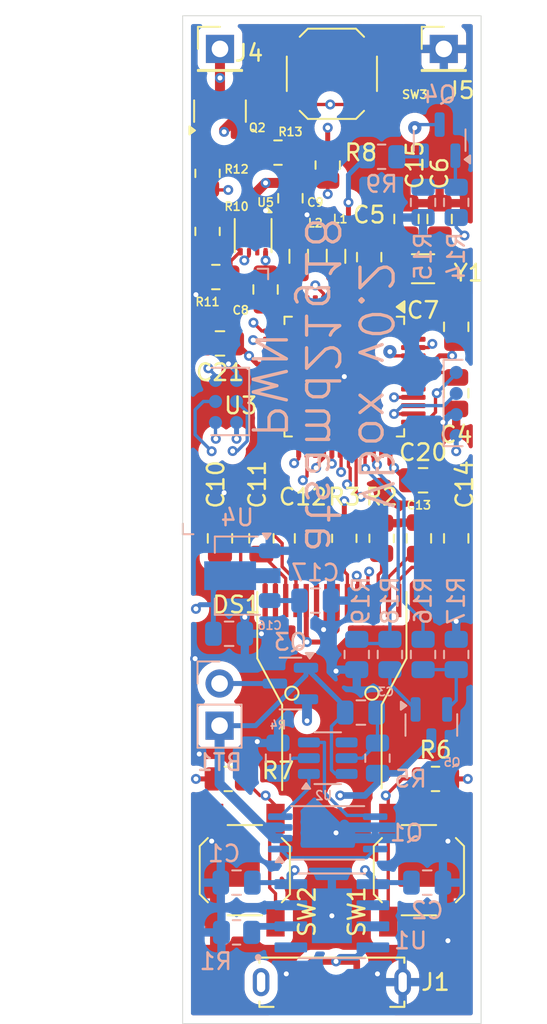
<source format=kicad_pcb>
(kicad_pcb
	(version 20240108)
	(generator "pcbnew")
	(generator_version "8.0")
	(general
		(thickness 1.6)
		(legacy_teardrops no)
	)
	(paper "A4")
	(layers
		(0 "F.Cu" signal)
		(1 "In1.Cu" signal)
		(2 "In2.Cu" signal)
		(31 "B.Cu" signal)
		(32 "B.Adhes" user "B.Adhesive")
		(33 "F.Adhes" user "F.Adhesive")
		(34 "B.Paste" user)
		(35 "F.Paste" user)
		(36 "B.SilkS" user "B.Silkscreen")
		(37 "F.SilkS" user "F.Silkscreen")
		(38 "B.Mask" user)
		(39 "F.Mask" user)
		(40 "Dwgs.User" user "User.Drawings")
		(41 "Cmts.User" user "User.Comments")
		(42 "Eco1.User" user "User.Eco1")
		(43 "Eco2.User" user "User.Eco2")
		(44 "Edge.Cuts" user)
		(45 "Margin" user)
		(46 "B.CrtYd" user "B.Courtyard")
		(47 "F.CrtYd" user "F.Courtyard")
		(48 "B.Fab" user)
		(49 "F.Fab" user)
		(50 "User.1" user)
		(51 "User.2" user)
		(52 "User.3" user)
		(53 "User.4" user)
		(54 "User.5" user)
		(55 "User.6" user)
		(56 "User.7" user)
		(57 "User.8" user)
		(58 "User.9" user)
	)
	(setup
		(stackup
			(layer "F.SilkS"
				(type "Top Silk Screen")
			)
			(layer "F.Paste"
				(type "Top Solder Paste")
			)
			(layer "F.Mask"
				(type "Top Solder Mask")
				(thickness 0.01)
			)
			(layer "F.Cu"
				(type "copper")
				(thickness 0.035)
			)
			(layer "dielectric 1"
				(type "prepreg")
				(thickness 0.1)
				(material "FR4")
				(epsilon_r 4.5)
				(loss_tangent 0.02)
			)
			(layer "In1.Cu"
				(type "copper")
				(thickness 0.035)
			)
			(layer "dielectric 2"
				(type "core")
				(thickness 1.24)
				(material "FR4")
				(epsilon_r 4.5)
				(loss_tangent 0.02)
			)
			(layer "In2.Cu"
				(type "copper")
				(thickness 0.035)
			)
			(layer "dielectric 3"
				(type "prepreg")
				(thickness 0.1)
				(material "FR4")
				(epsilon_r 4.5)
				(loss_tangent 0.02)
			)
			(layer "B.Cu"
				(type "copper")
				(thickness 0.035)
			)
			(layer "B.Mask"
				(type "Bottom Solder Mask")
				(thickness 0.01)
			)
			(layer "B.Paste"
				(type "Bottom Solder Paste")
			)
			(layer "B.SilkS"
				(type "Bottom Silk Screen")
			)
			(copper_finish "None")
			(dielectric_constraints no)
		)
		(pad_to_mask_clearance 0)
		(allow_soldermask_bridges_in_footprints no)
		(grid_origin 86.5 51.25)
		(pcbplotparams
			(layerselection 0x00010fc_ffffffff)
			(plot_on_all_layers_selection 0x0000000_00000000)
			(disableapertmacros no)
			(usegerberextensions no)
			(usegerberattributes yes)
			(usegerberadvancedattributes yes)
			(creategerberjobfile yes)
			(dashed_line_dash_ratio 12.000000)
			(dashed_line_gap_ratio 3.000000)
			(svgprecision 4)
			(plotframeref no)
			(viasonmask no)
			(mode 1)
			(useauxorigin no)
			(hpglpennumber 1)
			(hpglpenspeed 20)
			(hpglpendiameter 15.000000)
			(pdf_front_fp_property_popups yes)
			(pdf_back_fp_property_popups yes)
			(dxfpolygonmode yes)
			(dxfimperialunits yes)
			(dxfusepcbnewfont yes)
			(psnegative no)
			(psa4output no)
			(plotreference yes)
			(plotvalue yes)
			(plotfptext yes)
			(plotinvisibletext no)
			(sketchpadsonfab no)
			(subtractmaskfromsilk no)
			(outputformat 1)
			(mirror no)
			(drillshape 0)
			(scaleselection 1)
			(outputdirectory "./vbox-v0.1")
		)
	)
	(net 0 "")
	(net 1 "+BATT")
	(net 2 "Net-(U2-VCC)")
	(net 3 "unconnected-(J1-CC1-PadA5)")
	(net 4 "unconnected-(J1-CC2-PadB5)")
	(net 5 "RXD")
	(net 6 "TXD")
	(net 7 "MISO")
	(net 8 "RESET")
	(net 9 "SCK")
	(net 10 "MOSI")
	(net 11 "Net-(U5-SW)")
	(net 12 "Net-(U2-OD)")
	(net 13 "Net-(Q1-Pad1)")
	(net 14 "Net-(U2-OC)")
	(net 15 "Net-(Q2-G)")
	(net 16 "Net-(U1-PROG)")
	(net 17 "Net-(U2-CS)")
	(net 18 "moins")
	(net 19 "plus")
	(net 20 "fire")
	(net 21 "Net-(U5-FB)")
	(net 22 "PWM")
	(net 23 "unconnected-(U1-TEMP-Pad1)")
	(net 24 "unconnected-(U2-TD-Pad4)")
	(net 25 "BOOST_EN")
	(net 26 "unconnected-(U5-MODE-Pad6)")
	(net 27 "unconnected-(U1-~{CHRG}-Pad7)")
	(net 28 "unconnected-(U1-~{STDBY}-Pad6)")
	(net 29 "Net-(DS1-C2P)")
	(net 30 "Net-(DS1-C2N)")
	(net 31 "Net-(DS1-C1P)")
	(net 32 "Net-(DS1-C1N)")
	(net 33 "Net-(DS1-N.C.)")
	(net 34 "Net-(DS1-VCOMH)")
	(net 35 "Net-(DS1-VCC)")
	(net 36 "Net-(DS1-IREF)")
	(net 37 "Net-(DS1-RES#)")
	(net 38 "SDA")
	(net 39 "SCL")
	(net 40 "+USB5V")
	(net 41 "+BOOSTED5V")
	(net 42 "/-BT1")
	(net 43 "/+BT1")
	(net 44 "Net-(U3-VDDCORE)")
	(net 45 "unconnected-(U3-PA07-Pad12)")
	(net 46 "unconnected-(U3-PA28-Pad41)")
	(net 47 "unconnected-(U3-PB03-Pad48)")
	(net 48 "unconnected-(U3-PB08-Pad7)")
	(net 49 "unconnected-(U3-PB11-Pad20)")
	(net 50 "unconnected-(U3-PB02-Pad47)")
	(net 51 "unconnected-(U3-PB09-Pad8)")
	(net 52 "unconnected-(U3-PA05-Pad10)")
	(net 53 "unconnected-(U3-PA06-Pad11)")
	(net 54 "+3.3V")
	(net 55 "Net-(U3-VDDANA)")
	(net 56 "Net-(U3-PA00)")
	(net 57 "Net-(U3-PA01)")
	(net 58 "unconnected-(U3-PA12-Pad21)")
	(net 59 "unconnected-(U3-PB10-Pad19)")
	(net 60 "ss")
	(net 61 "coil+")
	(net 62 "Net-(Q4-S)")
	(net 63 "Net-(Q4-G)")
	(net 64 "Net-(Q5-G)")
	(net 65 "Net-(Q5-D)")
	(net 66 "batV")
	(net 67 "GND")
	(net 68 "CoilResSw")
	(net 69 "BatVoltSw")
	(net 70 "unconnected-(U3-PA03-Pad4)")
	(net 71 "unconnected-(U3-PA13-Pad22)")
	(net 72 "unconnected-(U3-PA27-Pad39)")
	(net 73 "unconnected-(U3-PA15-Pad24)")
	(net 74 "unconnected-(U3-PA10-Pad15)")
	(net 75 "unconnected-(U3-PA11-Pad16)")
	(net 76 "unconnected-(U3-PA14-Pad23)")
	(net 77 "unconnected-(U3-PA02-Pad3)")
	(footprint "My_footprint:oled DD-9616BE-3A_fliped(folded)" (layer "F.Cu") (at 95.5 85.484))
	(footprint "Resistor_SMD:R_0805_2012Metric" (layer "F.Cu") (at 95.25 60.25 -90))
	(footprint "Inductor_SMD:L_0805_2012Metric" (layer "F.Cu") (at 93.5 65.75 90))
	(footprint "Capacitor_SMD:C_0805_2012Metric" (layer "F.Cu") (at 97.75 65.8 90))
	(footprint "Resistor_SMD:R_0805_2012Metric" (layer "F.Cu") (at 88.5 67 180))
	(footprint "Capacitor_SMD:C_0805_2012Metric" (layer "F.Cu") (at 88.75 71 180))
	(footprint "Resistor_SMD:R_0805_2012Metric" (layer "F.Cu") (at 96.25 82.75 90))
	(footprint "Resistor_SMD:R_0805_2012Metric" (layer "F.Cu") (at 98.5 82.75 -90))
	(footprint "Package_TO_SOT_SMD:SOT-23" (layer "F.Cu") (at 88.75 57 90))
	(footprint "Resistor_SMD:R_0805_2012Metric" (layer "F.Cu") (at 101.75 97.25 180))
	(footprint "Resistor_SMD:R_0805_2012Metric" (layer "F.Cu") (at 88 64.25 -90))
	(footprint "Capacitor_SMD:C_0805_2012Metric" (layer "F.Cu") (at 100.75 82.75 -90))
	(footprint "Capacitor_SMD:C_0805_2012Metric" (layer "F.Cu") (at 91.25 82.75 -90))
	(footprint "Package_DFN_QFN:Texas_RWU0007A_VQFN-7_2x2mm_P0.5mm" (layer "F.Cu") (at 90.75 64.5 -90))
	(footprint "Button_Switch_SMD:SW_SPST_SKQG_WithStem" (layer "F.Cu") (at 100.75 102.75 90))
	(footprint "Capacitor_SMD:C_0805_2012Metric" (layer "F.Cu") (at 102 63.5 -90))
	(footprint "Capacitor_SMD:C_0805_2012Metric" (layer "F.Cu") (at 94 82.75 -90))
	(footprint "Button_Switch_SMD:SW_SPST_SKQG_WithoutStem" (layer "F.Cu") (at 95.5 54.75 180))
	(footprint "Resistor_SMD:R_0805_2012Metric" (layer "F.Cu") (at 88 60.75 90))
	(footprint "Capacitor_SMD:C_0805_2012Metric" (layer "F.Cu") (at 103 70 -90))
	(footprint "Inductor_SMD:L_0805_2012Metric" (layer "F.Cu") (at 95.75 65.75 90))
	(footprint "Capacitor_SMD:C_0805_2012Metric" (layer "F.Cu") (at 100 63.5 -90))
	(footprint "Package_QFP:TQFP-48_7x7mm_P0.5mm" (layer "F.Cu") (at 96.25 73 -90))
	(footprint "Connector_PinHeader_2.54mm:PinHeader_1x01_P2.54mm_Vertical" (layer "F.Cu") (at 102.25 53.25))
	(footprint "Capacitor_SMD:C_0805_2012Metric" (layer "F.Cu") (at 103 82.75 -90))
	(footprint "Button_Switch_SMD:SW_SPST_SKQG_WithoutStem" (layer "F.Cu") (at 90.25 102.75 -90))
	(footprint "Capacitor_SMD:C_0805_2012Metric" (layer "F.Cu") (at 93 62.25 -90))
	(footprint "My_footprint:CUI_UJC-VP-3-SMT-TR" (layer "F.Cu") (at 95.5 109.5 180))
	(footprint "Capacitor_SMD:C_0805_2012Metric" (layer "F.Cu") (at 91.5 67.75 -90))
	(footprint "Crystal:Crystal_SMD_3215-2Pin_3.2x1.5mm" (layer "F.Cu") (at 101 66.5))
	(footprint "Connector_PinHeader_2.54mm:PinHeader_1x01_P2.54mm_Vertical" (layer "F.Cu") (at 88.75 53.25))
	(footprint "Resistor_SMD:R_0805_2012Metric" (layer "F.Cu") (at 92.25 59.5 180))
	(footprint "Capacitor_SMD:C_0805_2012Metric" (layer "F.Cu") (at 101 79.25))
	(footprint "Capacitor_SMD:C_0805_2012Metric" (layer "F.Cu") (at 88.75 82.75 -90))
	(footprint "Capacitor_SMD:C_0805_2012Metric" (layer "F.Cu") (at 103 74 -90))
	(footprint "Resistor_SMD:R_0805_2012Metric"
		(layer "F.Cu")
		(uuid "fffa4e0c-2325-44c6-bdf7-8e4595cce474")
		(at 89.25 97.25)
		(descr "Resistor SMD 0805 (2012 Metric), square (rectangular) end terminal, IPC_7351 nominal, (Body size source: IPC-SM-782 page 72, https://www.pcb-3d.com/wordpress/wp-content/uploads/ipc-sm-782a_amendment_1_and_2.pdf), generated with kicad-footprint-generator")
		(tags "resistor")
		(property "Reference" "R7"
			(at 3 -0.5 360)
			(layer "F.SilkS")
			(uuid "b1533e0a-97e6-486a-917e-cfe7cd96c4c8")
			(effects
				(font
					(size 1 1)
					(thickness 0.15)
				)
			)
		)
		(property "Value" "10K"
			(at 0 1.65 360)
			(layer "F.Fab")
			(uuid "13245b26-5829-4e92-90c6-b61bbd626617")
			(effects
				(font
					(size 1 1)
					(thickness 0.15)
				)
			)
		)
		(property "Footprint" "Resistor_SMD:R_0805_2012Metric"
			(at 0 0 0)
			(unlocked yes)
			(layer "F.Fab")
			(hide yes)
			(uuid "1eaf695f-1359-4561-9230-31e8797786e6")
			(effects
				(font
					(size 1.27 1.27)
					(thickness 0.15)
				)
			)
		)
		(property "Datasheet" ""
			(at 0 0 0)
			(unlocked yes)
			(layer "F.Fab")
			(hide yes)
			(uuid "372cfab7-798f-4b8f-a35d-1278eb9c3a80")
			(effects
				(font
					(size 1.27 1.27)
					(thickness 0.15)
				)
			)
		)
		(property "Description" ""
			(at 0 0 0)
			(unlocked yes)
			(layer "F.Fab")
			(hide yes)
			(uuid "7c26a104-4e52-43ad-80ba-ec9779ed5fd9")
			(effects
				(font
					(size 1.27 1.27)
					(thickness 0.15)
				)
			)
		)
		(prope
... [451281 chars truncated]
</source>
